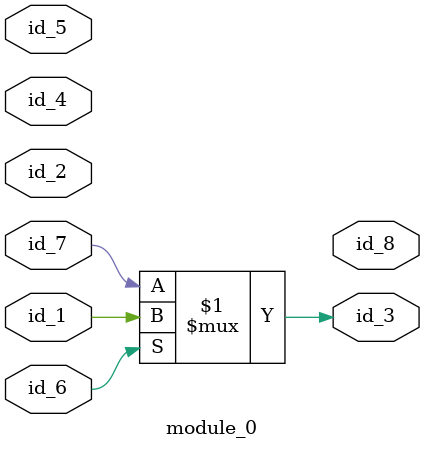
<source format=v>
module module_0 (
    id_1,
    id_2,
    id_3,
    id_4,
    id_5,
    id_6,
    id_7,
    id_8
);
  output id_8;
  inout id_7;
  input id_6;
  input id_5;
  input id_4;
  output id_3;
  inout id_2;
  input id_1;
  assign id_3 = id_6 ? id_1 : id_7;
endmodule

</source>
